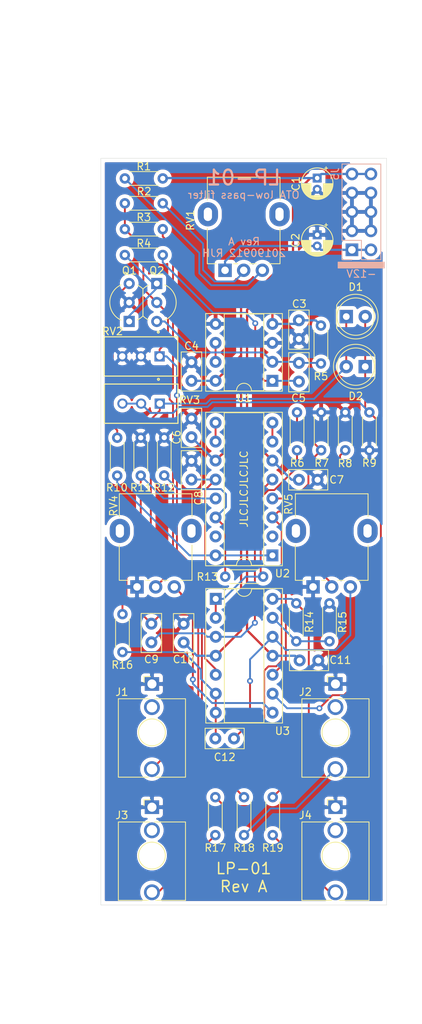
<source format=kicad_pcb>
(kicad_pcb (version 20171130) (host pcbnew "(5.1.4)-1")
  (title_block (title "LP-01 OTA Low-Pass Filter") (date 2019-09-12) (rev A) (company RJH))
  (layers (0 F.Cu signal hide) (31 B.Cu signal hide) (34 B.Paste user) (35 F.Paste user) (36 B.SilkS user) (37 F.SilkS user) (38 B.Mask user) (39 F.Mask user) (44 Edge.Cuts user))
  (net 0 "")
  (net 1 GND)
  (net 2 +12V)
  (net 3 -12V)
  (net 4 "Net-(Q1-Pad1)")
  (net 5 "Net-(R2-Pad2)")
  (net 6 "Net-(R3-Pad2)")
  (net 7 "Net-(U1-Pad6)")
  (net 8 "Net-(U2-Pad10)")
  (net 9 "Net-(U2-Pad2)")
  (net 10 "Net-(U2-Pad7)")
  (net 11 "Net-(U2-Pad15)")
  (net 12 /P1_CAP)
  (net 13 /P2_CAP)
  (net 14 /P2_OUT)
  (net 15 /CV1_IN)
  (net 16 /CV2_IN)
  (net 17 /AUDIO_IN)
  (net 18 /AUDIO_OUT)
  (net 19 /CV_NET)
  (net 20 /P1_IN)
  (net 21 /P1_OUT)
  (net 22 /I_ABC)
  (net 23 /P2_IN)
  (net 24 "Net-(Q1-Pad3)")
  (net 25 "Net-(C5-Pad1)")
  (net 26 "Net-(C5-Pad2)")
  (net 27 "Net-(C12-Pad1)")
  (net 28 "Net-(C9-Pad2)")
  (net 29 "Net-(D1-Pad2)")
  (net 30 "Net-(RV5-Pad2)")
  (net 31 "Net-(R14-Pad1)")
  (net 32 "Net-(R14-Pad2)")
  (net 33 "Net-(R6-Pad2)")
  (net 34 "Net-(R1-Pad1)")
  (net 35 "Net-(R11-Pad2)")
  (module MountingHole:MountingHole_3mm (layer F.Cu) (at 152.45 142.625)
    (fp_text reference REF** hide)
    (fp_text value MountingHole_3mm hide)
    (pad "" np_thru_hole circle (at 0 0) (size 3 3) (drill 3) (layers *.Cu *.Mask))
  )
  (module MountingHole:MountingHole_3mm (layer F.Cu) (at 127.85 142.625)
    (fp_text reference REF** hide)
    (fp_text value MountingHole_3mm hide)
    (pad "" np_thru_hole circle (at 0 0) (size 3 3) (drill 3) (layers *.Cu *.Mask))
  )
  (module MountingHole:MountingHole_3mm (layer F.Cu) (at 152.45 126.125)
    (fp_text reference REF** hide)
    (fp_text value MountingHole_3mm hide)
    (pad "" np_thru_hole circle (at 0 0) (size 3 3) (drill 3) (layers *.Cu *.Mask))
  )
  (module MountingHole:MountingHole_3mm (layer F.Cu) (at 127.85 126.125)
    (fp_text reference REF** hide)
    (fp_text value MountingHole_3mm hide)
    (pad "" np_thru_hole circle (at 0 0) (size 3 3) (drill 3) (layers *.Cu *.Mask))
  )
  (module Capacitor_THT:C_Disc_D5.0mm_W2.5mm_P2.50mm (layer F.Cu) (at 147.55 79.15 90)
    (fp_text reference C5 (at -2.2 -0.05 180) (layer F.SilkS))
    (fp_text value 4n7)
    (pad 1 thru_hole circle (at 0 0 90) (size 1.6 1.6) (drill 0.8) (layers *.Cu *.Mask) (net 25 "Net-(C5-Pad1)"))
    (pad 2 thru_hole circle (at 2.5 0 90) (size 1.6 1.6) (drill 0.8) (layers *.Cu *.Mask) (net 26 "Net-(C5-Pad2)"))
  )
  (module Capacitor_THT:C_Disc_D5.0mm_W2.5mm_P2.50mm (layer F.Cu) (at 127.775 114.075 90)
    (fp_text reference C9 (at -2.275 0 180) (layer F.SilkS))
    (fp_text value 1n)
    (pad 2 thru_hole circle (at 2.5 0 90) (size 1.6 1.6) (drill 0.8) (layers *.Cu *.Mask) (net 28 "Net-(C9-Pad2)"))
    (pad 1 thru_hole circle (at 0 0 90) (size 1.6 1.6) (drill 0.8) (layers *.Cu *.Mask) (net 12 /P1_CAP))
  )
  (module Capacitor_THT:C_Disc_D5.0mm_W2.5mm_P2.50mm (layer F.Cu) (at 133.15 92.275 90)
    (fp_text reference C8 (at -2.475 0.95 270) (layer F.SilkS))
    (fp_text value 1n)
    (pad 1 thru_hole circle (at 0 0 90) (size 1.6 1.6) (drill 0.8) (layers *.Cu *.Mask) (net 13 /P2_CAP))
    (pad 2 thru_hole circle (at 2.5 0 90) (size 1.6 1.6) (drill 0.8) (layers *.Cu *.Mask) (net 1 GND))
  )
  (module Capacitor_THT:C_Disc_D5.0mm_W2.5mm_P2.50mm (layer F.Cu) (at 138.85 126.95 180)
    (fp_text reference C12 (at 1.25 -2.5) (layer F.SilkS))
    (fp_text value 470n)
    (pad 2 thru_hole circle (at 2.5 0 180) (size 1.6 1.6) (drill 0.8) (layers *.Cu *.Mask) (net 14 /P2_OUT))
    (pad 1 thru_hole circle (at 0 0 180) (size 1.6 1.6) (drill 0.8) (layers *.Cu *.Mask) (net 27 "Net-(C12-Pad1)"))
  )
  (module Capacitor_THT:CP_Radial_D4.0mm_P1.50mm (layer F.Cu) (at 150 51.9 270)
    (fp_text reference C1 (at 0.75 2.85 90) (layer F.SilkS))
    (fp_text value 10u)
    (pad 2 thru_hole circle (at 1.5 0 270) (size 1.2 1.2) (drill 0.6) (layers *.Cu *.Mask) (net 1 GND))
    (pad 1 thru_hole rect (at 0 0 270) (size 1.2 1.2) (drill 0.6) (layers *.Cu *.Mask) (net 2 +12V))
  )
  (module Capacitor_THT:CP_Radial_D4.0mm_P1.50mm (layer F.Cu) (at 150 59.5 270)
    (fp_text reference C2 (at 0.75 2.9 90) (layer F.SilkS))
    (fp_text value 10u)
    (pad 1 thru_hole rect (at 0 0 270) (size 1.2 1.2) (drill 0.6) (layers *.Cu *.Mask) (net 1 GND))
    (pad 2 thru_hole circle (at 1.5 0 270) (size 1.2 1.2) (drill 0.6) (layers *.Cu *.Mask) (net 3 -12V))
  )
  (module Capacitor_THT:C_Disc_D5.0mm_W2.5mm_P2.50mm (layer F.Cu) (at 133.15 79.05 90)
    (fp_text reference C4 (at 4.67 0.01 180) (layer F.SilkS))
    (fp_text value 100n)
    (pad 1 thru_hole circle (at 0 0 90) (size 1.6 1.6) (drill 0.8) (layers *.Cu *.Mask) (net 2 +12V))
    (pad 2 thru_hole circle (at 2.5 0 90) (size 1.6 1.6) (drill 0.8) (layers *.Cu *.Mask) (net 1 GND))
  )
  (module Capacitor_THT:C_Disc_D5.0mm_W2.5mm_P2.50mm (layer F.Cu) (at 147.55 73.45 90)
    (fp_text reference C3 (at 4.7 0.05 180) (layer F.SilkS))
    (fp_text value 100n)
    (pad 2 thru_hole circle (at 2.5 0 90) (size 1.6 1.6) (drill 0.8) (layers *.Cu *.Mask) (net 3 -12V))
    (pad 1 thru_hole circle (at 0 0 90) (size 1.6 1.6) (drill 0.8) (layers *.Cu *.Mask) (net 1 GND))
  )
  (module Capacitor_THT:C_Disc_D5.0mm_W2.5mm_P2.50mm (layer F.Cu) (at 133.15 86.6 90)
    (fp_text reference C6 (at 0 -2 270) (layer F.SilkS))
    (fp_text value 100n)
    (pad 1 thru_hole circle (at 0 0 90) (size 1.6 1.6) (drill 0.8) (layers *.Cu *.Mask) (net 2 +12V))
    (pad 2 thru_hole circle (at 2.5 0 90) (size 1.6 1.6) (drill 0.8) (layers *.Cu *.Mask) (net 1 GND))
  )
  (module Capacitor_THT:C_Disc_D5.0mm_W2.5mm_P2.50mm (layer F.Cu) (at 150.05 92.3 180)
    (fp_text reference C7 (at -2.56 0 180) (layer F.SilkS))
    (fp_text value 100n)
    (pad 2 thru_hole circle (at 2.5 0 180) (size 1.6 1.6) (drill 0.8) (layers *.Cu *.Mask) (net 3 -12V))
    (pad 1 thru_hole circle (at 0 0 180) (size 1.6 1.6) (drill 0.8) (layers *.Cu *.Mask) (net 1 GND))
  )
  (module Capacitor_THT:C_Disc_D5.0mm_W2.5mm_P2.50mm (layer F.Cu) (at 132.1 114.09 90)
    (fp_text reference C10 (at -2.26 0 180) (layer F.SilkS))
    (fp_text value 100n)
    (pad 1 thru_hole circle (at 0 0 90) (size 1.6 1.6) (drill 0.8) (layers *.Cu *.Mask) (net 2 +12V))
    (pad 2 thru_hole circle (at 2.5 0 90) (size 1.6 1.6) (drill 0.8) (layers *.Cu *.Mask) (net 1 GND))
  )
  (module Capacitor_THT:C_Disc_D5.0mm_W2.5mm_P2.50mm (layer F.Cu) (at 150.15 116.5 180)
    (fp_text reference C11 (at -2.95 0.05) (layer F.SilkS))
    (fp_text value 100n)
    (pad 2 thru_hole circle (at 2.5 0 180) (size 1.6 1.6) (drill 0.8) (layers *.Cu *.Mask) (net 3 -12V))
    (pad 1 thru_hole circle (at 0 0 180) (size 1.6 1.6) (drill 0.8) (layers *.Cu *.Mask) (net 1 GND))
  )
  (module Connector_Audio:Jack_3.5mm_QingPu_WQP-PJ398SM_Vertical_CircularHoles (layer F.Cu) (at 127.85 119.65)
    (fp_text reference J1 (at -4.03 1.08 180) (layer F.SilkS))
    (fp_text value AudioJack2)
    (pad TN thru_hole circle (at 0 3.1 180) (size 2.13 2.13) (drill 1.42) (layers *.Cu *.Mask))
    (pad S thru_hole rect (at 0 0 180) (size 1.93 1.83) (drill 1.22) (layers *.Cu *.Mask) (net 1 GND))
    (pad T thru_hole circle (at 0 11.4 180) (size 2.13 2.13) (drill 1.43) (layers *.Cu *.Mask) (net 15 /CV1_IN))
  )
  (module Connector_Audio:Jack_3.5mm_QingPu_WQP-PJ398SM_Vertical_CircularHoles (layer F.Cu) (at 152.45 119.65)
    (fp_text reference J2 (at -4.03 1.08 180) (layer F.SilkS))
    (fp_text value AudioJack2)
    (pad T thru_hole circle (at 0 11.4 180) (size 2.13 2.13) (drill 1.43) (layers *.Cu *.Mask) (net 16 /CV2_IN))
    (pad S thru_hole rect (at 0 0 180) (size 1.93 1.83) (drill 1.22) (layers *.Cu *.Mask) (net 1 GND))
    (pad TN thru_hole circle (at 0 3.1 180) (size 2.13 2.13) (drill 1.42) (layers *.Cu *.Mask))
  )
  (module Connector_Audio:Jack_3.5mm_QingPu_WQP-PJ398SM_Vertical_CircularHoles (layer F.Cu) (at 127.85 136.15)
    (fp_text reference J3 (at -4.03 1.08 180) (layer F.SilkS))
    (fp_text value AudioJack2)
    (pad TN thru_hole circle (at 0 3.1 180) (size 2.13 2.13) (drill 1.42) (layers *.Cu *.Mask))
    (pad S thru_hole rect (at 0 0 180) (size 1.93 1.83) (drill 1.22) (layers *.Cu *.Mask) (net 1 GND))
    (pad T thru_hole circle (at 0 11.4 180) (size 2.13 2.13) (drill 1.43) (layers *.Cu *.Mask) (net 17 /AUDIO_IN))
  )
  (module Connector_PinHeader_2.54mm:PinHeader_2x05_P2.54mm_Vertical (layer B.Cu) (at 154.66 61.51)
    (fp_text reference J5 (at -2.26 -10.16 90) (layer B.SilkS) (effects (justify mirror)))
    (fp_text value Conn_02x05_Odd_Even)
    (pad 1 thru_hole rect (at 0 0) (size 1.7 1.7) (drill 1) (layers *.Cu *.Mask) (net 3 -12V))
    (pad 2 thru_hole oval (at 2.54 0) (size 1.7 1.7) (drill 1) (layers *.Cu *.Mask) (net 3 -12V))
    (pad 3 thru_hole oval (at 0 -2.54) (size 1.7 1.7) (drill 1) (layers *.Cu *.Mask) (net 1 GND))
    (pad 4 thru_hole oval (at 2.54 -2.54) (size 1.7 1.7) (drill 1) (layers *.Cu *.Mask) (net 1 GND))
    (pad 5 thru_hole oval (at 0 -5.08) (size 1.7 1.7) (drill 1) (layers *.Cu *.Mask) (net 1 GND))
    (pad 6 thru_hole oval (at 2.54 -5.08) (size 1.7 1.7) (drill 1) (layers *.Cu *.Mask) (net 1 GND))
    (pad 7 thru_hole oval (at 0 -7.62) (size 1.7 1.7) (drill 1) (layers *.Cu *.Mask) (net 1 GND))
    (pad 8 thru_hole oval (at 2.54 -7.62) (size 1.7 1.7) (drill 1) (layers *.Cu *.Mask) (net 1 GND))
    (pad 9 thru_hole oval (at 0 -10.16) (size 1.7 1.7) (drill 1) (layers *.Cu *.Mask) (net 2 +12V))
    (pad 10 thru_hole oval (at 2.54 -10.16) (size 1.7 1.7) (drill 1) (layers *.Cu *.Mask) (net 2 +12V))
  )
  (module Connector_Audio:Jack_3.5mm_QingPu_WQP-PJ398SM_Vertical_CircularHoles (layer F.Cu) (at 152.45 136.15)
    (fp_text reference J4 (at -4.03 1.08 180) (layer F.SilkS))
    (fp_text value AudioJack2)
    (pad T thru_hole circle (at 0 11.4 180) (size 2.13 2.13) (drill 1.43) (layers *.Cu *.Mask) (net 18 /AUDIO_OUT))
    (pad S thru_hole rect (at 0 0 180) (size 1.93 1.83) (drill 1.22) (layers *.Cu *.Mask) (net 1 GND))
    (pad TN thru_hole circle (at 0 3.1 180) (size 2.13 2.13) (drill 1.42) (layers *.Cu *.Mask))
  )
  (module Package_TO_SOT_THT:TO-92_Inline_Wide (layer F.Cu) (at 128.5 66.02 270)
    (fp_text reference Q2 (at -1.72 0 180) (layer F.SilkS))
    (fp_text value 2N3906)
    (pad 2 thru_hole circle (at 2.54 0) (size 1.5 1.5) (drill 0.8) (layers *.Cu *.Mask) (net 19 /CV_NET))
    (pad 3 thru_hole circle (at 5.08 0) (size 1.5 1.5) (drill 0.8) (layers *.Cu *.Mask) (net 26 "Net-(C5-Pad2)"))
    (pad 1 thru_hole rect (at 0 0) (size 1.5 1.5) (drill 0.8) (layers *.Cu *.Mask) (net 4 "Net-(Q1-Pad1)"))
  )
  (module Package_TO_SOT_THT:TO-92_Inline_Wide (layer F.Cu) (at 124.8 71.1 90)
    (fp_text reference Q1 (at 6.8 0.025 180) (layer F.SilkS))
    (fp_text value 2N3906)
    (pad 1 thru_hole rect (at 0 0 180) (size 1.5 1.5) (drill 0.8) (layers *.Cu *.Mask) (net 4 "Net-(Q1-Pad1)"))
    (pad 3 thru_hole circle (at 5.08 0 180) (size 1.5 1.5) (drill 0.8) (layers *.Cu *.Mask) (net 24 "Net-(Q1-Pad3)"))
    (pad 2 thru_hole circle (at 2.54 0 180) (size 1.5 1.5) (drill 0.8) (layers *.Cu *.Mask) (net 1 GND))
  )
  (module Resistor_THT:R_Axial_DIN0204_L3.6mm_D1.6mm_P5.08mm_Horizontal (layer F.Cu) (at 124.22 55.28)
    (fp_text reference R2 (at 2.58 -1.58) (layer F.SilkS))
    (fp_text value 220K)
    (pad 2 thru_hole oval (at 5.08 0) (size 1.4 1.4) (drill 0.7) (layers *.Cu *.Mask) (net 5 "Net-(R2-Pad2)"))
    (pad 1 thru_hole circle (at 0 0) (size 1.4 1.4) (drill 0.7) (layers *.Cu *.Mask) (net 19 /CV_NET))
  )
  (module Resistor_THT:R_Axial_DIN0204_L3.6mm_D1.6mm_P5.08mm_Horizontal (layer F.Cu) (at 124.22 58.74)
    (fp_text reference R3 (at 2.54 -1.59) (layer F.SilkS))
    (fp_text value 100K)
    (pad 1 thru_hole circle (at 0 0) (size 1.4 1.4) (drill 0.7) (layers *.Cu *.Mask) (net 19 /CV_NET))
    (pad 2 thru_hole oval (at 5.08 0) (size 1.4 1.4) (drill 0.7) (layers *.Cu *.Mask) (net 6 "Net-(R3-Pad2)"))
  )
  (module Resistor_THT:R_Axial_DIN0204_L3.6mm_D1.6mm_P5.08mm_Horizontal (layer F.Cu) (at 140.195 134.81 270)
    (fp_text reference R18 (at 6.79 -0.005 180) (layer F.SilkS))
    (fp_text value 100K)
    (pad 2 thru_hole oval (at 5.08 0 270) (size 1.4 1.4) (drill 0.7) (layers *.Cu *.Mask) (net 16 /CV2_IN))
    (pad 1 thru_hole circle (at 0 0 270) (size 1.4 1.4) (drill 0.7) (layers *.Cu *.Mask) (net 19 /CV_NET))
  )
  (module Resistor_THT:R_Axial_DIN0204_L3.6mm_D1.6mm_P5.08mm_Horizontal (layer F.Cu) (at 136.35 134.81 270)
    (fp_text reference R17 (at 6.79 0 180) (layer F.SilkS))
    (fp_text value 68K)
    (pad 1 thru_hole circle (at 0 0 270) (size 1.4 1.4) (drill 0.7) (layers *.Cu *.Mask) (net 20 /P1_IN))
    (pad 2 thru_hole oval (at 5.08 0 270) (size 1.4 1.4) (drill 0.7) (layers *.Cu *.Mask) (net 17 /AUDIO_IN))
  )
  (module Resistor_THT:R_Axial_DIN0204_L3.6mm_D1.6mm_P5.08mm_Horizontal (layer F.Cu) (at 153.766666 83.27 270)
    (fp_text reference R8 (at 6.83 0.025 180) (layer F.SilkS))
    (fp_text value 220R)
    (pad 1 thru_hole circle (at 0 0 270) (size 1.4 1.4) (drill 0.7) (layers *.Cu *.Mask) (net 1 GND))
    (pad 2 thru_hole oval (at 5.08 0 270) (size 1.4 1.4) (drill 0.7) (layers *.Cu *.Mask) (net 20 /P1_IN))
  )
  (module Resistor_THT:R_Axial_DIN0204_L3.6mm_D1.6mm_P5.08mm_Horizontal (layer F.Cu) (at 150.5 71.65 270)
    (fp_text reference R5 (at 6.8 0 180) (layer F.SilkS))
    (fp_text value 470K)
    (pad 1 thru_hole circle (at 0 0 270) (size 1.4 1.4) (drill 0.7) (layers *.Cu *.Mask) (net 3 -12V))
    (pad 2 thru_hole oval (at 5.08 0 270) (size 1.4 1.4) (drill 0.7) (layers *.Cu *.Mask) (net 26 "Net-(C5-Pad2)"))
  )
  (module Resistor_THT:R_Axial_DIN0204_L3.6mm_D1.6mm_P5.08mm_Horizontal (layer F.Cu) (at 147.3 88.35 90)
    (fp_text reference R6 (at -1.7 0.016667 180) (layer F.SilkS))
    (fp_text value 10K)
    (pad 1 thru_hole circle (at 0 0 90) (size 1.4 1.4) (drill 0.7) (layers *.Cu *.Mask) (net 21 /P1_OUT))
    (pad 2 thru_hole oval (at 5.08 0 90) (size 1.4 1.4) (drill 0.7) (layers *.Cu *.Mask) (net 33 "Net-(R6-Pad2)"))
  )
  (module Resistor_THT:R_Axial_DIN0204_L3.6mm_D1.6mm_P5.08mm_Horizontal (layer F.Cu) (at 124.22 62.2)
    (fp_text reference R4 (at 2.54 -1.55) (layer F.SilkS))
    (fp_text value 4K7)
    (pad 2 thru_hole oval (at 5.08 0) (size 1.4 1.4) (drill 0.7) (layers *.Cu *.Mask) (net 25 "Net-(C5-Pad1)"))
    (pad 1 thru_hole circle (at 0 0) (size 1.4 1.4) (drill 0.7) (layers *.Cu *.Mask) (net 4 "Net-(Q1-Pad1)"))
  )
  (module Resistor_THT:R_Axial_DIN0204_L3.6mm_D1.6mm_P5.08mm_Horizontal (layer F.Cu) (at 123.2 91.75 90)
    (fp_text reference R10 (at -1.6 -0.05 180) (layer F.SilkS))
    (fp_text value 10K)
    (pad 1 thru_hole circle (at 0 0 90) (size 1.4 1.4) (drill 0.7) (layers *.Cu *.Mask) (net 22 /I_ABC))
    (pad 2 thru_hole oval (at 5.08 0 90) (size 1.4 1.4) (drill 0.7) (layers *.Cu *.Mask) (net 24 "Net-(Q1-Pad3)"))
  )
  (module Resistor_THT:R_Axial_DIN0204_L3.6mm_D1.6mm_P5.08mm_Horizontal (layer F.Cu) (at 137.675 105.275)
    (fp_text reference R13 (at -2.375 0.025) (layer F.SilkS))
    (fp_text value 10K)
    (pad 2 thru_hole oval (at 5.08 0) (size 1.4 1.4) (drill 0.7) (layers *.Cu *.Mask) (net 21 /P1_OUT))
    (pad 1 thru_hole circle (at 0 0) (size 1.4 1.4) (drill 0.7) (layers *.Cu *.Mask) (net 23 /P2_IN))
  )
  (module Resistor_THT:R_Axial_DIN0204_L3.6mm_D1.6mm_P5.08mm_Horizontal (layer F.Cu) (at 157 83.27 270)
    (fp_text reference R9 (at 6.78 0 180) (layer F.SilkS))
    (fp_text value 1K8)
    (pad 1 thru_hole circle (at 0 0 270) (size 1.4 1.4) (drill 0.7) (layers *.Cu *.Mask) (net 29 "Net-(D1-Pad2)"))
    (pad 2 thru_hole oval (at 5.08 0 270) (size 1.4 1.4) (drill 0.7) (layers *.Cu *.Mask) (net 1 GND))
  )
  (module Resistor_THT:R_Axial_DIN0204_L3.6mm_D1.6mm_P5.08mm_Horizontal (layer F.Cu) (at 126.35 86.67 270)
    (fp_text reference R11 (at 6.68 -0.025 180) (layer F.SilkS))
    (fp_text value 220R)
    (pad 1 thru_hole circle (at 0 0 270) (size 1.4 1.4) (drill 0.7) (layers *.Cu *.Mask) (net 1 GND))
    (pad 2 thru_hole oval (at 5.08 0 270) (size 1.4 1.4) (drill 0.7) (layers *.Cu *.Mask) (net 35 "Net-(R11-Pad2)"))
  )
  (module Resistor_THT:R_Axial_DIN0204_L3.6mm_D1.6mm_P5.08mm_Horizontal (layer F.Cu) (at 123.9 110.3 270)
    (fp_text reference R16 (at 6.8 0.025 180) (layer F.SilkS))
    (fp_text value 10K)
    (pad 2 thru_hole oval (at 5.08 0 270) (size 1.4 1.4) (drill 0.7) (layers *.Cu *.Mask) (net 14 /P2_OUT))
    (pad 1 thru_hole circle (at 0 0 270) (size 1.4 1.4) (drill 0.7) (layers *.Cu *.Mask) (net 35 "Net-(R11-Pad2)"))
  )
  (module Resistor_THT:R_Axial_DIN0204_L3.6mm_D1.6mm_P5.08mm_Horizontal (layer F.Cu) (at 151.65 108.85 270)
    (fp_text reference R15 (at 2.525 -1.75 90) (layer F.SilkS))
    (fp_text value 10K)
    (pad 2 thru_hole oval (at 5.08 0 270) (size 1.4 1.4) (drill 0.7) (layers *.Cu *.Mask) (net 32 "Net-(R14-Pad2)"))
    (pad 1 thru_hole circle (at 0 0 270) (size 1.4 1.4) (drill 0.7) (layers *.Cu *.Mask) (net 1 GND))
  )
  (module Resistor_THT:R_Axial_DIN0204_L3.6mm_D1.6mm_P5.08mm_Horizontal (layer F.Cu) (at 147.2 108.85 270)
    (fp_text reference R14 (at 2.5 -1.75 270) (layer F.SilkS))
    (fp_text value 10K)
    (pad 1 thru_hole circle (at 0 0 270) (size 1.4 1.4) (drill 0.7) (layers *.Cu *.Mask) (net 31 "Net-(R14-Pad1)"))
    (pad 2 thru_hole oval (at 5.08 0 270) (size 1.4 1.4) (drill 0.7) (layers *.Cu *.Mask) (net 32 "Net-(R14-Pad2)"))
  )
  (module Resistor_THT:R_Axial_DIN0204_L3.6mm_D1.6mm_P5.08mm_Horizontal (layer F.Cu) (at 144.04 139.89 90)
    (fp_text reference R19 (at -1.71 0.01 180) (layer F.SilkS))
    (fp_text value 1K0)
    (pad 1 thru_hole circle (at 0 0 90) (size 1.4 1.4) (drill 0.7) (layers *.Cu *.Mask) (net 18 /AUDIO_OUT))
    (pad 2 thru_hole oval (at 5.08 0 90) (size 1.4 1.4) (drill 0.7) (layers *.Cu *.Mask) (net 31 "Net-(R14-Pad1)"))
  )
  (module Potentiometer_THT:Potentiometer_Alpha_RD901F-40-00D_Single_Vertical (layer F.Cu) (at 137.65 64.25 90)
    (fp_text reference RV1 (at 6.71 -4.64 270) (layer F.SilkS))
    (fp_text value B10K)
    (pad 1 thru_hole rect (at 0 0 180) (size 1.8 1.8) (drill 1) (layers *.Cu *.Mask) (net 3 -12V))
    (pad 2 thru_hole circle (at 0 2.5 180) (size 1.8 1.8) (drill 1) (layers *.Cu *.Mask) (net 5 "Net-(R2-Pad2)"))
    (pad 3 thru_hole circle (at 0 5 180) (size 1.8 1.8) (drill 1) (layers *.Cu *.Mask) (net 34 "Net-(R1-Pad1)"))
    (pad "" thru_hole oval (at 7.5 7.3 180) (size 2.72 3.24) (drill oval 1.1 1.8) (layers *.Cu *.Mask))
    (pad "" thru_hole oval (at 7.5 -2.3 180) (size 2.72 3.24) (drill oval 1.1 1.8) (layers *.Cu *.Mask))
  )
  (module Potentiometer_THT:Potentiometer_Alpha_RD901F-40-00D_Single_Vertical (layer F.Cu) (at 125.85 106.65 90)
    (fp_text reference RV4 (at 10.85 -3.135 270) (layer F.SilkS))
    (fp_text value B10K)
    (pad "" thru_hole oval (at 7.5 -2.3 180) (size 2.72 3.24) (drill oval 1.1 1.8) (layers *.Cu *.Mask))
    (pad "" thru_hole oval (at 7.5 7.3 180) (size 2.72 3.24) (drill oval 1.1 1.8) (layers *.Cu *.Mask))
    (pad 3 thru_hole circle (at 0 5 180) (size 1.8 1.8) (drill 1) (layers *.Cu *.Mask) (net 15 /CV1_IN))
    (pad 2 thru_hole circle (at 0 2.5 180) (size 1.8 1.8) (drill 1) (layers *.Cu *.Mask) (net 6 "Net-(R3-Pad2)"))
    (pad 1 thru_hole rect (at 0 0 180) (size 1.8 1.8) (drill 1) (layers *.Cu *.Mask) (net 1 GND))
  )
  (module Potentiometer_Custom:Potentiometer_Bourns_PV36W (layer F.Cu) (at 128.875 75.775 180)
    (fp_text reference RV2 (at 6.295 3.35) (layer F.SilkS))
    (fp_text value 10K)
    (pad 1 thru_hole rect (at 0 0 180) (size 1.3716 1.3716) (drill 0.8636) (layers *.Cu *.Mask) (net 19 /CV_NET))
    (pad 2 thru_hole circle (at 2.5 0 180) (size 1.3716 1.3716) (drill 0.8636) (layers *.Cu *.Mask) (net 1 GND))
    (pad 3 thru_hole circle (at 5 0 180) (size 1.3716 1.3716) (drill 0.8636) (layers *.Cu *.Mask) (net 1 GND))
  )
  (module Potentiometer_THT:Potentiometer_Alpha_RD901F-40-00D_Single_Vertical (layer F.Cu) (at 149.45 106.65 90)
    (fp_text reference RV5 (at 11.075 -3.275 270) (layer F.SilkS))
    (fp_text value A100K)
    (pad 1 thru_hole rect (at 0 0 180) (size 1.8 1.8) (drill 1) (layers *.Cu *.Mask) (net 1 GND))
    (pad 2 thru_hole circle (at 0 2.5 180) (size 1.8 1.8) (drill 1) (layers *.Cu *.Mask) (net 30 "Net-(RV5-Pad2)"))
    (pad 3 thru_hole circle (at 0 5 180) (size 1.8 1.8) (drill 1) (layers *.Cu *.Mask) (net 27 "Net-(C12-Pad1)"))
    (pad "" thru_hole oval (at 7.5 7.3 180) (size 2.72 3.24) (drill oval 1.1 1.8) (layers *.Cu *.Mask))
    (pad "" thru_hole oval (at 7.5 -2.3 180) (size 2.72 3.24) (drill oval 1.1 1.8) (layers *.Cu *.Mask))
  )
  (module Package_DIP:DIP-8_W7.62mm_Socket (layer F.Cu) (at 144 79.05 180)
    (fp_text reference U1 (at 3.81 -2.33) (layer F.SilkS))
    (fp_text value TL072)
    (pad 1 thru_hole rect (at 0 0 180) (size 1.6 1.6) (drill 0.8) (layers *.Cu *.Mask) (net 25 "Net-(C5-Pad1)"))
    (pad 5 thru_hole oval (at 7.62 7.62 180) (size 1.6 1.6) (drill 0.8) (layers *.Cu *.Mask) (net 1 GND))
    (pad 2 thru_hole oval (at 0 2.54 180) (size 1.6 1.6) (drill 0.8) (layers *.Cu *.Mask) (net 26 "Net-(C5-Pad2)"))
    (pad 6 thru_hole oval (at 7.62 5.08 180) (size 1.6 1.6) (drill 0.8) (layers *.Cu *.Mask) (net 7 "Net-(U1-Pad6)"))
    (pad 3 thru_hole oval (at 0 5.08 180) (size 1.6 1.6) (drill 0.8) (layers *.Cu *.Mask) (net 1 GND))
    (pad 7 thru_hole oval (at 7.62 2.54 180) (size 1.6 1.6) (drill 0.8) (layers *.Cu *.Mask) (net 7 "Net-(U1-Pad6)"))
    (pad 4 thru_hole oval (at 0 7.62 180) (size 1.6 1.6) (drill 0.8) (layers *.Cu *.Mask) (net 3 -12V))
    (pad 8 thru_hole oval (at 7.62 0 180) (size 1.6 1.6) (drill 0.8) (layers *.Cu *.Mask) (net 2 +12V))
  )
  (module Package_DIP:DIP-16_W7.62mm_Socket (layer F.Cu) (at 144 102.43 180)
    (fp_text reference U2 (at -1.35 -2.42) (layer F.SilkS))
    (fp_text value LM13700)
    (pad 1 thru_hole rect (at 0 0 180) (size 1.6 1.6) (drill 0.8) (layers *.Cu *.Mask) (net 22 /I_ABC))
    (pad 9 thru_hole oval (at 7.62 17.78 180) (size 1.6 1.6) (drill 0.8) (layers *.Cu *.Mask) (net 8 "Net-(U2-Pad10)"))
    (pad 2 thru_hole oval (at 0 2.54 180) (size 1.6 1.6) (drill 0.8) (layers *.Cu *.Mask) (net 9 "Net-(U2-Pad2)"))
    (pad 10 thru_hole oval (at 7.62 15.24 180) (size 1.6 1.6) (drill 0.8) (layers *.Cu *.Mask) (net 8 "Net-(U2-Pad10)"))
    (pad 3 thru_hole oval (at 0 5.08 180) (size 1.6 1.6) (drill 0.8) (layers *.Cu *.Mask) (net 20 /P1_IN))
    (pad 11 thru_hole oval (at 7.62 12.7 180) (size 1.6 1.6) (drill 0.8) (layers *.Cu *.Mask) (net 2 +12V))
    (pad 4 thru_hole oval (at 0 7.62 180) (size 1.6 1.6) (drill 0.8) (layers *.Cu *.Mask) (net 33 "Net-(R6-Pad2)"))
    (pad 12 thru_hole oval (at 7.62 10.16 180) (size 1.6 1.6) (drill 0.8) (layers *.Cu *.Mask) (net 13 /P2_CAP))
    (pad 5 thru_hole oval (at 0 10.16 180) (size 1.6 1.6) (drill 0.8) (layers *.Cu *.Mask) (net 12 /P1_CAP))
    (pad 13 thru_hole oval (at 7.62 7.62 180) (size 1.6 1.6) (drill 0.8) (layers *.Cu *.Mask) (net 35 "Net-(R11-Pad2)"))
    (pad 6 thru_hole oval (at 0 12.7 180) (size 1.6 1.6) (drill 0.8) (layers *.Cu *.Mask) (net 3 -12V))
    (pad 14 thru_hole oval (at 7.62 5.08 180) (size 1.6 1.6) (drill 0.8) (layers *.Cu *.Mask) (net 23 /P2_IN))
    (pad 7 thru_hole oval (at 0 15.24 180) (size 1.6 1.6) (drill 0.8) (layers *.Cu *.Mask) (net 10 "Net-(U2-Pad7)"))
    (pad 15 thru_hole oval (at 7.62 2.54 180) (size 1.6 1.6) (drill 0.8) (layers *.Cu *.Mask) (net 11 "Net-(U2-Pad15)"))
    (pad 8 thru_hole oval (at 0 17.78 180) (size 1.6 1.6) (drill 0.8) (layers *.Cu *.Mask) (net 10 "Net-(U2-Pad7)"))
    (pad 16 thru_hole oval (at 7.62 0 180) (size 1.6 1.6) (drill 0.8) (layers *.Cu *.Mask) (net 22 /I_ABC))
  )
  (module Package_DIP:DIP-14_W7.62mm_Socket (layer F.Cu) (at 136.4 108.25)
    (fp_text reference U3 (at 8.95 17.7 180) (layer F.SilkS))
    (fp_text value TL074)
    (pad 1 thru_hole rect (at 0 0) (size 1.6 1.6) (drill 0.8) (layers *.Cu *.Mask) (net 21 /P1_OUT))
    (pad 8 thru_hole oval (at 7.62 15.24) (size 1.6 1.6) (drill 0.8) (layers *.Cu *.Mask) (net 28 "Net-(C9-Pad2)"))
    (pad 2 thru_hole oval (at 0 2.54) (size 1.6 1.6) (drill 0.8) (layers *.Cu *.Mask) (net 21 /P1_OUT))
    (pad 9 thru_hole oval (at 7.62 12.7) (size 1.6 1.6) (drill 0.8) (layers *.Cu *.Mask) (net 29 "Net-(D1-Pad2)"))
    (pad 3 thru_hole oval (at 0 5.08) (size 1.6 1.6) (drill 0.8) (layers *.Cu *.Mask) (net 12 /P1_CAP))
    (pad 10 thru_hole oval (at 7.62 10.16) (size 1.6 1.6) (drill 0.8) (layers *.Cu *.Mask) (net 30 "Net-(RV5-Pad2)"))
    (pad 4 thru_hole oval (at 0 7.62) (size 1.6 1.6) (drill 0.8) (layers *.Cu *.Mask) (net 2 +12V))
    (pad 11 thru_hole oval (at 7.62 7.62) (size 1.6 1.6) (drill 0.8) (layers *.Cu *.Mask) (net 3 -12V))
    (pad 5 thru_hole oval (at 0 10.16) (size 1.6 1.6) (drill 0.8) (layers *.Cu *.Mask) (net 13 /P2_CAP))
    (pad 12 thru_hole oval (at 7.62 5.08) (size 1.6 1.6) (drill 0.8) (layers *.Cu *.Mask) (net 27 "Net-(C12-Pad1)"))
    (pad 6 thru_hole oval (at 0 12.7) (size 1.6 1.6) (drill 0.8) (layers *.Cu *.Mask) (net 14 /P2_OUT))
    (pad 13 thru_hole oval (at 7.62 2.54) (size 1.6 1.6) (drill 0.8) (layers *.Cu *.Mask) (net 32 "Net-(R14-Pad2)"))
    (pad 7 thru_hole oval (at 0 15.24) (size 1.6 1.6) (drill 0.8) (layers *.Cu *.Mask) (net 14 /P2_OUT))
    (pad 14 thru_hole oval (at 7.62 0) (size 1.6 1.6) (drill 0.8) (layers *.Cu *.Mask) (net 31 "Net-(R14-Pad1)"))
  )
  (module LED_THT:LED_D5.0mm (layer F.Cu) (at 153.9 70.45)
    (fp_text reference D1 (at 1.27 -3.96) (layer F.SilkS))
    (fp_text value "LED Green")
    (pad 2 thru_hole circle (at 2.54 0) (size 1.8 1.8) (drill 0.9) (layers *.Cu *.Mask) (net 29 "Net-(D1-Pad2)"))
    (pad 1 thru_hole rect (at 0 0) (size 1.8 1.8) (drill 0.9) (layers *.Cu *.Mask) (net 28 "Net-(C9-Pad2)"))
  )
  (module LED_THT:LED_D5.0mm (layer F.Cu) (at 156.44 77.15 180)
    (fp_text reference D2 (at 1.27 -3.96) (layer F.SilkS))
    (fp_text value "LED Green")
    (pad 1 thru_hole rect (at 0 0 180) (size 1.8 1.8) (drill 0.9) (layers *.Cu *.Mask) (net 29 "Net-(D1-Pad2)"))
    (pad 2 thru_hole circle (at 2.54 0 180) (size 1.8 1.8) (drill 0.9) (layers *.Cu *.Mask) (net 28 "Net-(C9-Pad2)"))
  )
  (module Resistor_THT:R_Axial_DIN0204_L3.6mm_D1.6mm_P5.08mm_Horizontal (layer F.Cu) (at 150.533333 88.35 90)
    (fp_text reference R7 (at -1.7 0.066667 180) (layer F.SilkS))
    (fp_text value 220R)
    (pad 1 thru_hole circle (at 0 0 90) (size 1.4 1.4) (drill 0.7) (layers *.Cu *.Mask) (net 33 "Net-(R6-Pad2)"))
    (pad 2 thru_hole oval (at 5.08 0 90) (size 1.4 1.4) (drill 0.7) (layers *.Cu *.Mask) (net 1 GND))
  )
  (module Resistor_THT:R_Axial_DIN0204_L3.6mm_D1.6mm_P5.08mm_Horizontal (layer F.Cu) (at 129.5 86.65 270)
    (fp_text reference R12 (at 6.7 0 180) (layer F.SilkS))
    (fp_text value 220R)
    (pad 2 thru_hole oval (at 5.08 0 270) (size 1.4 1.4) (drill 0.7) (layers *.Cu *.Mask) (net 23 /P2_IN))
    (pad 1 thru_hole circle (at 0 0 270) (size 1.4 1.4) (drill 0.7) (layers *.Cu *.Mask) (net 1 GND))
  )
  (module Potentiometer_Custom:Potentiometer_Bourns_PV36W (layer F.Cu) (at 128.9 82.1 180)
    (fp_text reference RV3 (at -4 0.475) (layer F.SilkS))
    (fp_text value 10K)
    (pad 1 thru_hole rect (at 0 0 180) (size 1.3716 1.3716) (drill 0.8636) (layers *.Cu *.Mask) (net 28 "Net-(C9-Pad2)"))
    (pad 2 thru_hole circle (at 2.5 0 180) (size 1.3716 1.3716) (drill 0.8636) (layers *.Cu *.Mask) (net 29 "Net-(D1-Pad2)"))
    (pad 3 thru_hole circle (at 5 0 180) (size 1.3716 1.3716) (drill 0.8636) (layers *.Cu *.Mask) (net 29 "Net-(D1-Pad2)"))
  )
  (module Resistor_THT:R_Axial_DIN0204_L3.6mm_D1.6mm_P5.08mm_Horizontal (layer F.Cu) (at 124.22 51.95)
    (fp_text reference R1 (at 2.54 -1.6) (layer F.SilkS))
    (fp_text value 4K7)
    (pad 1 thru_hole circle (at 0 0) (size 1.4 1.4) (drill 0.7) (layers *.Cu *.Mask) (net 34 "Net-(R1-Pad1)"))
    (pad 2 thru_hole oval (at 5.08 0) (size 1.4 1.4) (drill 0.7) (layers *.Cu *.Mask) (net 2 +12V))
  )
  (gr_text JLCJLCJLCJLC (at 140.19 93.54 90) (layer F.SilkS) (effects (font (size 1 1))))
  (gr_text "Rev A" (at 140.2 60.4) (layer B.SilkS) (effects (font (size 1 1)) (justify mirror)))
  (gr_text "20190912 RJH" (at 140.2 61.95) (layer B.SilkS) (effects (font (size 1 1)) (justify mirror)))
  (gr_text "OTA low-pass filter" (at 140.15 54.15) (layer B.SilkS) (effects (font (size 1 1)) (justify mirror)))
  (gr_text LP-01 (at 140.15 51.85) (layer B.SilkS) (effects (font (size 2 2) (thickness 0.3)) (justify mirror)))
  (gr_text -12V (at 155.925 64.725) (layer B.SilkS) (effects (font (size 1 1)) (justify mirror)))
  (gr_poly (pts (xy 159 63.15) (xy 152.8 63.15) (xy 152.8 63.95) (xy 159 63.95)) (layer B.SilkS) (width 0.1))
  (gr_text "LP-01\nRev A" (at 140.15 145.57) (layer F.SilkS) (effects (font (size 1.5 1.5) (thickness 0.2))))
  (gr_line (start 121 149.25) (end 121 49.25) (layer Edge.Cuts) (width 0.05))
  (gr_line (start 159.3 149.25) (end 121 149.25) (layer Edge.Cuts) (width 0.05))
  (gr_line (start 159.3 49.25) (end 159.3 149.25) (layer Edge.Cuts) (width 0.05))
  (gr_line (start 121 49.25) (end 159.3 49.25) (layer Edge.Cuts) (width 0.05))
  (segment (start 157.2 51.35) (end 154.66 51.35) (width 0.3) (layer B.Cu) (net 2))
  (segment (start 150.55 51.35) (end 150 51.9) (width 0.3) (layer B.Cu) (net 2))
  (segment (start 154.66 51.35) (end 150.55 51.35) (width 0.3) (layer B.Cu) (net 2))
  (segment (start 137.219999 88.930001) (end 139.8 86.35) (width 0.3) (layer F.Cu) (net 2))
  (segment (start 137.179999 88.930001) (end 137.219999 88.930001) (width 0.3) (layer F.Cu) (net 2))
  (segment (start 136.38 89.73) (end 137.179999 88.930001) (width 0.3) (layer F.Cu) (net 2))
  (segment (start 137.199999 78.250001) (end 139.8 75.65) (width 0.3) (layer F.Cu) (net 2))
  (segment (start 137.179999 78.250001) (end 137.199999 78.250001) (width 0.3) (layer F.Cu) (net 2))
  (segment (start 136.38 79.05) (end 137.179999 78.250001) (width 0.3) (layer F.Cu) (net 2))
  (segment (start 136.38 79.05) (end 133.15 79.05) (width 0.3) (layer B.Cu) (net 2))
  (segment (start 136.28 89.73) (end 136.38 89.73) (width 0.3) (layer B.Cu) (net 2))
  (segment (start 133.15 86.6) (end 136.28 89.73) (width 0.3) (layer B.Cu) (net 2))
  (segment (start 133.88 115.87) (end 136.4 115.87) (width 0.3) (layer B.Cu) (net 2))
  (segment (start 132.1 114.09) (end 133.88 115.87) (width 0.3) (layer B.Cu) (net 2))
  (segment (start 139.8 112.47) (end 136.4 115.87) (width 0.3) (layer F.Cu) (net 2))
  (segment (start 139.8 86.35) (end 139.8 112.47) (width 0.3) (layer F.Cu) (net 2))
  (segment (start 139.8 75.65) (end 139.8 86.35) (width 0.3) (layer F.Cu) (net 2))
  (segment (start 129.35 51.9) (end 129.3 51.95) (width 0.3) (layer B.Cu) (net 2))
  (segment (start 150 51.9) (end 129.35 51.9) (width 0.3) (layer B.Cu) (net 2))
  (segment (start 146.76001 62.137992) (end 139.8 69.098002) (width 0.3) (layer F.Cu) (net 2))
  (segment (start 146.76001 54.23999) (end 146.76001 62.137992) (width 0.3) (layer F.Cu) (net 2))
  (segment (start 150 51.9) (end 149.1 51.9) (width 0.3) (layer F.Cu) (net 2))
  (segment (start 149.1 51.9) (end 146.76001 54.23999) (width 0.3) (layer F.Cu) (net 2))
  (segment (start 139.8 69.098002) (end 139.8 75.65) (width 0.3) (layer F.Cu) (net 2))
  (segment (start 157.2 61.51) (end 154.66 61.51) (width 0.3) (layer B.Cu) (net 3))
  (segment (start 150.51 61.51) (end 150 61) (width 0.3) (layer B.Cu) (net 3))
  (segment (start 154.66 61.51) (end 150.51 61.51) (width 0.3) (layer B.Cu) (net 3))
  (segment (start 140.6 112.45) (end 144.02 115.87) (width 0.3) (layer F.Cu) (net 3))
  (segment (start 150 61) (end 149.151472 61) (width 0.3) (layer F.Cu) (net 3))
  (segment (start 147.02 115.87) (end 147.65 116.5) (width 0.3) (layer B.Cu) (net 3))
  (segment (start 144.02 115.87) (end 147.02 115.87) (width 0.3) (layer B.Cu) (net 3))
  (segment (start 140.62 86.35) (end 140.6 86.35) (width 0.3) (layer F.Cu) (net 3))
  (segment (start 144 89.73) (end 140.62 86.35) (width 0.3) (layer F.Cu) (net 3))
  (segment (start 140.6 69.551472) (end 140.6 86.35) (width 0.3) (layer F.Cu) (net 3))
  (segment (start 140.6 86.35) (end 140.6 112.45) (width 0.3) (layer F.Cu) (net 3))
  (segment (start 146.57 92.3) (end 147.55 92.3) (width 0.3) (layer B.Cu) (net 3))
  (segment (start 144 89.73) (end 146.57 92.3) (width 0.3) (layer B.Cu) (net 3))
  (segment (start 144.000736 66.150736) (end 140.6 69.551472) (width 0.3) (layer F.Cu) (net 3))
  (segment (start 147.07 71.43) (end 147.55 70.95) (width 0.3) (layer B.Cu) (net 3))
  (segment (start 144 71.43) (end 147.07 71.43) (width 0.3) (layer B.Cu) (net 3))
  (segment (start 149.800001 70.950001) (end 150.5 71.65) (width 0.3) (layer B.Cu) (net 3))
  (segment (start 147.55 70.95) (end 149.800001 70.950001) (width 0.3) (layer B.Cu) (net 3))
  (segment (start 144.000736 70.297894) (end 144.000736 66.150736) (width 0.3) (layer F.Cu) (net 3))
  (segment (start 144 70.29863) (end 144.000736 70.297894) (width 0.3) (layer F.Cu) (net 3))
  (segment (start 144 71.43) (end 144 70.29863) (width 0.3) (layer F.Cu) (net 3))
  (segment (start 149.151472 61) (end 144.000736 66.150736) (width 0.3) (layer F.Cu) (net 3))
  (segment (start 137.65 63.05) (end 137.65 64.25) (width 0.3) (layer B.Cu) (net 3))
  (segment (start 139.7 61) (end 137.65 63.05) (width 0.3) (layer B.Cu) (net 3))
  (segment (start 150 61) (end 139.7 61) (width 0.3) (layer B.Cu) (net 3))
  (segment (start 124.8 70.35) (end 124.8 71.1) (width 0.25) (layer B.Cu) (net 4))
  (segment (start 128.5 66.02) (end 128.5 66.65) (width 0.25) (layer B.Cu) (net 4))
  (segment (start 128.5 66.65) (end 124.8 70.35) (width 0.25) (layer B.Cu) (net 4))
  (segment (start 128.04 66.02) (end 128.5 66.02) (width 0.25) (layer B.Cu) (net 4))
  (segment (start 124.22 62.2) (end 128.04 66.02) (width 0.25) (layer B.Cu) (net 4))
  (segment (start 134.7 60.68) (end 129.3 55.28) (width 0.25) (layer B.Cu) (net 5))
  (segment (start 134.7 64.2) (end 134.7 60.68) (width 0.25) (layer B.Cu) (net 5))
  (segment (start 136.25 65.75) (end 134.7 64.2) (width 0.25) (layer B.Cu) (net 5))
  (segment (start 138.9 65.75) (end 136.25 65.75) (width 0.25) (layer B.Cu) (net 5))
  (segment (start 140.15 64.25) (end 140.15 64.5) (width 0.25) (layer B.Cu) (net 5))
  (segment (start 140.15 64.5) (end 138.9 65.75) (width 0.25) (layer B.Cu) (net 5))
  (segment (start 130.674999 104.325001) (end 128.35 106.65) (width 0.25) (layer F.Cu) (net 6))
  (segment (start 130.675 80.001998) (end 130.224999 80.451999) (width 0.25) (layer F.Cu) (net 6))
  (segment (start 130.224999 80.451999) (end 130.224999 81.548001) (width 0.25) (layer F.Cu) (net 6))
  (segment (start 130.224999 81.548001) (end 130.674999 81.998001) (width 0.25) (layer F.Cu) (net 6))
  (segment (start 130.674999 81.998001) (end 130.674999 104.325001) (width 0.25) (layer F.Cu) (net 6))
  (segment (start 130.675 61.104949) (end 130.675 80.001998) (width 0.25) (layer F.Cu) (net 6))
  (segment (start 129.3 59.729949) (end 130.675 61.104949) (width 0.25) (layer F.Cu) (net 6))
  (segment (start 129.3 58.74) (end 129.3 59.729949) (width 0.25) (layer F.Cu) (net 6))
  (segment (start 136.38 73.97) (end 136.38 76.51) (width 0.25) (layer F.Cu) (net 7))
  (segment (start 136.38 84.65) (end 136.38 87.19) (width 0.25) (layer F.Cu) (net 8))
  (segment (start 144 84.65) (end 144 87.19) (width 0.25) (layer F.Cu) (net 10))
  (segment (start 128.985001 112.864999) (end 127.775 114.075) (width 0.25) (layer B.Cu) (net 12))
  (segment (start 134.803629 112.864999) (end 128.985001 112.864999) (width 0.25) (layer B.Cu) (net 12))
  (segment (start 135.26863 113.33) (end 134.803629 112.864999) (width 0.25) (layer B.Cu) (net 12))
  (segment (start 136.4 113.33) (end 135.26863 113.33) (width 0.25) (layer B.Cu) (net 12))
  (segment (start 136.4 113.33) (end 139.77 113.33) (width 0.25) (layer B.Cu) (net 12))
  (segment (start 139.77 113.33) (end 141.65 111.45) (width 0.25) (layer B.Cu) (net 12))
  (segment (start 141.65 94.62) (end 141.65 111.45) (width 0.25) (layer F.Cu) (net 12))
  (segment (start 144 92.27) (end 141.65 94.62) (width 0.25) (layer F.Cu) (net 12))
  (via (at 141.65 111.45) (size 0.8) (drill 0.4) (layers F.Cu B.Cu) (net 12))
  (segment (start 133.155 92.27) (end 133.15 92.275) (width 0.25) (layer B.Cu) (net 13))
  (segment (start 136.38 92.27) (end 133.155 92.27) (width 0.25) (layer B.Cu) (net 13))
  (segment (start 135 116.26359) (end 136.4 117.66359) (width 0.25) (layer F.Cu) (net 13))
  (segment (start 136.4 117.66359) (end 136.4 118.41) (width 0.25) (layer F.Cu) (net 13))
  (segment (start 135 93.65) (end 135 116.26359) (width 0.25) (layer F.Cu) (net 13))
  (segment (start 136.38 92.27) (end 135 93.65) (width 0.25) (layer F.Cu) (net 13))
  (segment (start 136.4 120.95) (end 136.4 123.49) (width 0.25) (layer F.Cu) (net 14))
  (segment (start 136.4 126.9) (end 136.35 126.95) (width 0.25) (layer F.Cu) (net 14))
  (segment (start 136.4 123.49) (end 136.4 126.9) (width 0.25) (layer F.Cu) (net 14))
  (segment (start 123.9 115.38) (end 132.103004 115.38) (width 0.25) (layer B.Cu) (net 14))
  (segment (start 134.425002 118.975002) (end 136.4 120.95) (width 0.25) (layer B.Cu) (net 14))
  (segment (start 134.425002 117.701998) (end 134.425002 118.975002) (width 0.25) (layer B.Cu) (net 14))
  (segment (start 132.103004 115.38) (end 134.425002 117.701998) (width 0.25) (layer B.Cu) (net 14))
  (segment (start 128.914999 129.985001) (end 127.85 131.05) (width 0.25) (layer F.Cu) (net 15))
  (segment (start 134.06 124.84) (end 128.914999 129.985001) (width 0.25) (layer F.Cu) (net 15))
  (segment (start 134.06 109.95) (end 134.06 124.84) (width 0.25) (layer F.Cu) (net 15))
  (segment (start 131.749999 107.639999) (end 134.06 109.95) (width 0.25) (layer F.Cu) (net 15))
  (segment (start 131.749999 107.549999) (end 131.749999 107.639999) (width 0.25) (layer F.Cu) (net 15))
  (segment (start 130.85 106.65) (end 131.749999 107.549999) (width 0.25) (layer F.Cu) (net 15))
  (segment (start 143.76 136.325) (end 140.195 139.89) (width 0.25) (layer B.Cu) (net 16))
  (segment (start 152.45 131.05) (end 147.175 136.325) (width 0.25) (layer B.Cu) (net 16))
  (segment (start 147.175 136.325) (end 143.76 136.325) (width 0.25) (layer B.Cu) (net 16))
  (segment (start 128.69 147.55) (end 127.85 147.55) (width 0.25) (layer F.Cu) (net 17))
  (segment (start 136.35 139.89) (end 128.69 147.55) (width 0.25) (layer F.Cu) (net 17))
  (segment (start 151.7 147.55) (end 152.45 147.55) (width 0.25) (layer F.Cu) (net 18))
  (segment (start 144.04 139.89) (end 151.7 147.55) (width 0.25) (layer F.Cu) (net 18))
  (segment (start 126.7 66.76) (end 128.5 68.56) (width 0.25) (layer F.Cu) (net 19))
  (via (at 131.2 81) (size 0.8) (drill 0.4) (layers F.Cu B.Cu) (net 19))
  (segment (start 129.8108 75.775) (end 128.875 75.775) (width 0.25) (layer B.Cu) (net 19))
  (segment (start 131.2 77.1642) (end 129.8108 75.775) (width 0.25) (layer B.Cu) (net 19))
  (segment (start 131.2 81) (end 131.2 77.1642) (width 0.25) (layer B.Cu) (net 19))
  (segment (start 131.2 101.75) (end 131.2 81) (width 0.25) (layer F.Cu) (net 19))
  (segment (start 134.54999 105.09999) (end 131.2 101.75) (width 0.25) (layer F.Cu) (net 19))
  (segment (start 140.195 134.81) (end 134.54999 129.16499) (width 0.25) (layer F.Cu) (net 19))
  (segment (start 134.54999 129.16499) (end 134.54999 105.09999) (width 0.25) (layer F.Cu) (net 19))
  (segment (start 128.875 74.8392) (end 128.875 75.775) (width 0.25) (layer F.Cu) (net 19))
  (segment (start 130 73.7142) (end 128.875 74.8392) (width 0.25) (layer F.Cu) (net 19))
  (segment (start 128.5 68.56) (end 130 70.06) (width 0.25) (layer F.Cu) (net 19))
  (segment (start 130 70.06) (end 130 73.7142) (width 0.25) (layer F.Cu) (net 19))
  (segment (start 124.22 55.28) (end 124.22 58.74) (width 0.25) (layer F.Cu) (net 19))
  (segment (start 126.7 61.22) (end 126.7 66.76) (width 0.25) (layer F.Cu) (net 19))
  (segment (start 124.22 58.74) (end 126.7 61.22) (width 0.25) (layer F.Cu) (net 19))
  (segment (start 153.766666 88.35) (end 153.066667 89.049999) (width 0.25) (layer F.Cu) (net 20))
  (segment (start 144.799999 96.550001) (end 144 97.35) (width 0.25) (layer F.Cu) (net 20))
  (segment (start 153.066667 89.049999) (end 153.066667 91.732746) (width 0.25) (layer F.Cu) (net 20))
  (segment (start 153.066667 91.732746) (end 148.249412 96.550001) (width 0.25) (layer F.Cu) (net 20))
  (segment (start 148.249412 96.550001) (end 144.799999 96.550001) (width 0.25) (layer F.Cu) (net 20))
  (segment (start 142.894999 117.869999) (end 143.479999 117.284999) (width 0.25) (layer F.Cu) (net 20))
  (segment (start 137.54 136) (end 140.975 136) (width 0.25) (layer F.Cu) (net 20))
  (segment (start 140.975 136) (end 142.894999 134.080001) (width 0.25) (layer F.Cu) (net 20))
  (segment (start 145.25 98.6) (end 144.799999 98.149999) (width 0.25) (layer F.Cu) (net 20))
  (segment (start 136.35 134.81) (end 137.54 136) (width 0.25) (layer F.Cu) (net 20))
  (segment (start 144.799999 98.149999) (end 144 97.35) (width 0.25) (layer F.Cu) (net 20))
  (segment (start 145.25 116.543589) (end 145.25 98.6) (width 0.25) (layer F.Cu) (net 20))
  (segment (start 144.50859 117.284999) (end 145.25 116.543589) (width 0.25) (layer F.Cu) (net 20))
  (segment (start 143.479999 117.284999) (end 144.50859 117.284999) (width 0.25) (layer F.Cu) (net 20))
  (segment (start 142.894999 134.080001) (end 142.894999 117.869999) (width 0.25) (layer F.Cu) (net 20))
  (segment (start 136.4 108.25) (end 136.4 110.79) (width 0.25) (layer F.Cu) (net 21))
  (segment (start 142.424988 94.72001) (end 142.424988 104.944988) (width 0.25) (layer F.Cu) (net 21))
  (segment (start 147.3 90.635002) (end 144.250003 93.684999) (width 0.25) (layer F.Cu) (net 21))
  (segment (start 142.424988 104.944988) (end 142.755 105.275) (width 0.25) (layer F.Cu) (net 21))
  (segment (start 143.459999 93.684999) (end 142.424988 94.72001) (width 0.25) (layer F.Cu) (net 21))
  (segment (start 144.250003 93.684999) (end 143.459999 93.684999) (width 0.25) (layer F.Cu) (net 21))
  (segment (start 147.3 88.35) (end 147.3 90.635002) (width 0.25) (layer F.Cu) (net 21))
  (segment (start 140.425 105.275) (end 142.755 105.275) (width 0.25) (layer B.Cu) (net 21))
  (segment (start 136.4 108.25) (end 137.45 108.25) (width 0.25) (layer B.Cu) (net 21))
  (segment (start 137.45 108.25) (end 140.425 105.275) (width 0.25) (layer B.Cu) (net 21))
  (segment (start 144 102.43) (end 136.38 102.43) (width 0.25) (layer B.Cu) (net 22))
  (segment (start 132.890051 102.43) (end 136.38 102.43) (width 0.25) (layer B.Cu) (net 22))
  (segment (start 123.2 92.739949) (end 132.890051 102.43) (width 0.25) (layer B.Cu) (net 22))
  (segment (start 123.2 91.75) (end 123.2 92.739949) (width 0.25) (layer B.Cu) (net 22))
  (segment (start 137.675 98.645) (end 137.675 105.275) (width 0.25) (layer F.Cu) (net 23))
  (segment (start 136.38 97.35) (end 137.675 98.645) (width 0.25) (layer F.Cu) (net 23))
  (segment (start 137.775 95.955) (end 136.38 97.35) (width 0.25) (layer B.Cu) (net 23))
  (segment (start 137.775 94.225) (end 137.775 95.955) (width 0.25) (layer B.Cu) (net 23))
  (segment (start 137.1 93.55) (end 137.775 94.225) (width 0.25) (layer B.Cu) (net 23))
  (segment (start 129.5 91.73) (end 131.32 93.55) (width 0.25) (layer B.Cu) (net 23))
  (segment (start 131.32 93.55) (end 137.1 93.55) (width 0.25) (layer B.Cu) (net 23))
  (segment (start 123.2 85.680051) (end 123.2 86.67) (width 0.25) (layer F.Cu) (net 24))
  (segment (start 122.6 85.080051) (end 123.2 85.680051) (width 0.25) (layer F.Cu) (net 24))
  (segment (start 124.8 66.02) (end 122.6 68.22) (width 0.25) (layer F.Cu) (net 24))
  (segment (start 122.6 68.22) (end 122.6 85.080051) (width 0.25) (layer F.Cu) (net 24))
  (segment (start 147.45 79.05) (end 147.55 79.15) (width 0.25) (layer B.Cu) (net 25))
  (segment (start 144 79.05) (end 147.45 79.05) (width 0.25) (layer B.Cu) (net 25))
  (via (at 141.7 71.35) (size 0.8) (drill 0.4) (layers F.Cu B.Cu) (net 25))
  (segment (start 144 79.05) (end 142.95 79.05) (width 0.25) (layer F.Cu) (net 25))
  (segment (start 142.95 79.05) (end 141.7 77.8) (width 0.25) (layer F.Cu) (net 25))
  (segment (start 141.7 77.8) (end 141.7 71.35) (width 0.25) (layer F.Cu) (net 25))
  (segment (start 141.7 71.25) (end 141.7 71.35) (width 0.25) (layer B.Cu) (net 25))
  (segment (start 140.4 69.95) (end 141.7 71.25) (width 0.25) (layer B.Cu) (net 25))
  (segment (start 136.060051 69.95) (end 140.4 69.95) (width 0.25) (layer B.Cu) (net 25))
  (segment (start 129.3 63.189949) (end 136.060051 69.95) (width 0.25) (layer B.Cu) (net 25))
  (segment (start 129.3 62.2) (end 129.3 63.189949) (width 0.25) (layer B.Cu) (net 25))
  (segment (start 147.41 76.51) (end 147.55 76.65) (width 0.25) (layer B.Cu) (net 26))
  (segment (start 144 76.51) (end 147.41 76.51) (width 0.25) (layer B.Cu) (net 26))
  (segment (start 150.42 76.65) (end 150.5 76.73) (width 0.25) (layer B.Cu) (net 26))
  (segment (start 147.55 76.65) (end 150.42 76.65) (width 0.25) (layer B.Cu) (net 26))
  (segment (start 142.74 75.25) (end 144 76.51) (width 0.25) (layer B.Cu) (net 26))
  (segment (start 133.71066 75.25) (end 142.74 75.25) (width 0.25) (layer B.Cu) (net 26))
  (segment (start 128.5 71.1) (end 129.56066 71.1) (width 0.25) (layer B.Cu) (net 26))
  (segment (start 129.56066 71.1) (end 133.71066 75.25) (width 0.25) (layer B.Cu) (net 26))
  (via (at 141 119.25) (size 0.8) (drill 0.4) (layers F.Cu B.Cu) (net 27))
  (segment (start 141 116.35) (end 141 119.25) (width 0.25) (layer B.Cu) (net 27))
  (segment (start 144.02 113.33) (end 141 116.35) (width 0.25) (layer B.Cu) (net 27))
  (segment (start 141 124.8) (end 141 119.25) (width 0.25) (layer F.Cu) (net 27))
  (segment (start 138.85 126.95) (end 141 124.8) (width 0.25) (layer F.Cu) (net 27))
  (segment (start 144.02 113.33) (end 145.79 115.1) (width 0.25) (layer B.Cu) (net 27))
  (segment (start 145.79 115.1) (end 152.475 115.1) (width 0.25) (layer B.Cu) (net 27))
  (segment (start 154.45 113.125) (end 152.475 115.1) (width 0.25) (layer B.Cu) (net 27))
  (segment (start 154.45 106.65) (end 154.45 113.125) (width 0.25) (layer B.Cu) (net 27))
  (segment (start 153.9 70.45) (end 153.9 77.15) (width 0.25) (layer F.Cu) (net 28))
  (segment (start 135.748015 81.474989) (end 149.575011 81.474989) (width 0.25) (layer B.Cu) (net 28))
  (segment (start 149.575011 81.474989) (end 153.9 77.15) (width 0.25) (layer B.Cu) (net 28))
  (segment (start 135.123004 82.1) (end 135.748015 81.474989) (width 0.25) (layer B.Cu) (net 28))
  (segment (start 128.9 82.1) (end 135.123004 82.1) (width 0.25) (layer B.Cu) (net 28))
  (segment (start 135.918276 122.2) (end 133.33499 119.616714) (width 0.25) (layer B.Cu) (net 28))
  (via (at 133.33499 119.051029) (size 0.8) (drill 0.4) (layers F.Cu B.Cu) (net 28))
  (segment (start 127.775 111.575) (end 128.985001 110.364999) (width 0.25) (layer F.Cu) (net 28))
  (segment (start 133.33499 111.011988) (end 133.33499 118.485344) (width 0.25) (layer F.Cu) (net 28))
  (segment (start 133.33499 118.485344) (end 133.33499 119.051029) (width 0.25) (layer F.Cu) (net 28))
  (segment (start 132.688001 110.364999) (end 133.33499 111.011988) (width 0.25) (layer F.Cu) (net 28))
  (segment (start 128.985001 110.364999) (end 132.688001 110.364999) (width 0.25) (layer F.Cu) (net 28))
  (segment (start 133.33499 119.616714) (end 133.33499 119.051029) (width 0.25) (layer B.Cu) (net 28))
  (segment (start 144.02 123.49) (end 142.73 122.2) (width 0.25) (layer B.Cu) (net 28))
  (segment (start 142.73 122.2) (end 135.918276 122.2) (width 0.25) (layer B.Cu) (net 28))
  (segment (start 124.434999 108.234999) (end 127.775 111.575) (width 0.25) (layer F.Cu) (net 28))
  (segment (start 124.434999 105.409999) (end 124.434999 108.234999) (width 0.25) (layer F.Cu) (net 28))
  (segment (start 127.7 102.144998) (end 124.434999 105.409999) (width 0.25) (layer F.Cu) (net 28))
  (segment (start 127.7 84.2358) (end 127.7 102.144998) (width 0.25) (layer F.Cu) (net 28))
  (segment (start 128.9 82.1) (end 128.9 83.0358) (width 0.25) (layer F.Cu) (net 28))
  (segment (start 128.9 83.0358) (end 127.7 84.2358) (width 0.25) (layer F.Cu) (net 28))
  (segment (start 123.9 82.1) (end 126.4 82.1) (width 0.25) (layer B.Cu) (net 29))
  (segment (start 156.44 82.71) (end 157 83.27) (width 0.25) (layer F.Cu) (net 29))
  (segment (start 156.44 77.15) (end 156.44 82.71) (width 0.25) (layer F.Cu) (net 29))
  (segment (start 156.44 70.45) (end 156.44 77.15) (width 0.25) (layer F.Cu) (net 29))
  (segment (start 127.65 83.35) (end 126.4 82.1) (width 0.25) (layer B.Cu) (net 29))
  (segment (start 155.655 81.925) (end 135.934415 81.925) (width 0.25) (layer B.Cu) (net 29))
  (segment (start 157 83.27) (end 155.655 81.925) (width 0.25) (layer B.Cu) (net 29))
  (segment (start 135.934415 81.925) (end 135.309415 82.55) (width 0.25) (layer B.Cu) (net 29))
  (segment (start 135.309415 82.55) (end 131.5 82.55) (width 0.25) (layer B.Cu) (net 29))
  (segment (start 131.5 82.55) (end 130.7 83.35) (width 0.25) (layer B.Cu) (net 29))
  (segment (start 130.7 83.35) (end 127.65 83.35) (width 0.25) (layer B.Cu) (net 29))
  (segment (start 152.053278 121.15) (end 150.700023 122.503255) (width 0.25) (layer F.Cu) (net 29))
  (segment (start 150.700023 122.503255) (end 150.300024 122.903254) (width 0.25) (layer F.Cu) (net 29))
  (via (at 150.300024 122.903254) (size 0.8) (drill 0.4) (layers F.Cu B.Cu) (net 29))
  (segment (start 158.53501 116.209992) (end 153.595002 121.15) (width 0.25) (layer F.Cu) (net 29))
  (segment (start 144.02 120.95) (end 145.973254 122.903254) (width 0.25) (layer B.Cu) (net 29))
  (segment (start 149.734339 122.903254) (end 150.300024 122.903254) (width 0.25) (layer B.Cu) (net 29))
  (segment (start 158.53501 84.80501) (end 158.53501 116.209992) (width 0.25) (layer F.Cu) (net 29))
  (segment (start 157 83.27) (end 158.53501 84.80501) (width 0.25) (layer F.Cu) (net 29))
  (segment (start 145.973254 122.903254) (end 149.734339 122.903254) (width 0.25) (layer B.Cu) (net 29))
  (segment (start 153.595002 121.15) (end 152.053278 121.15) (width 0.25) (layer F.Cu) (net 29))
  (segment (start 145.8 116.63) (end 144.02 118.41) (width 0.25) (layer F.Cu) (net 30))
  (segment (start 145.8 107.25) (end 145.8 116.63) (width 0.25) (layer F.Cu) (net 30))
  (segment (start 148.2 104.85) (end 145.8 107.25) (width 0.25) (layer F.Cu) (net 30))
  (segment (start 150.6 104.85) (end 148.2 104.85) (width 0.25) (layer F.Cu) (net 30))
  (segment (start 151.95 106.65) (end 151.95 106.2) (width 0.25) (layer F.Cu) (net 30))
  (segment (start 151.95 106.2) (end 150.6 104.85) (width 0.25) (layer F.Cu) (net 30))
  (segment (start 146.6 108.25) (end 147.2 108.85) (width 0.25) (layer B.Cu) (net 31))
  (segment (start 144.02 108.25) (end 146.6 108.25) (width 0.25) (layer B.Cu) (net 31))
  (segment (start 148.875001 129.974999) (end 144.04 134.81) (width 0.25) (layer F.Cu) (net 31))
  (segment (start 148.875001 110.525001) (end 148.875001 129.974999) (width 0.25) (layer F.Cu) (net 31))
  (segment (start 147.2 108.85) (end 148.875001 110.525001) (width 0.25) (layer F.Cu) (net 31))
  (segment (start 144.06 110.79) (end 144.02 110.79) (width 0.25) (layer B.Cu) (net 32))
  (segment (start 147.2 113.93) (end 144.06 110.79) (width 0.25) (layer B.Cu) (net 32))
  (segment (start 147.2 113.93) (end 151.65 113.93) (width 0.25) (layer B.Cu) (net 32))
  (segment (start 147.3 85.116667) (end 150.533333 88.35) (width 0.25) (layer F.Cu) (net 33))
  (segment (start 147.3 83.27) (end 147.3 85.116667) (width 0.25) (layer F.Cu) (net 33))
  (segment (start 148.824999 92.888001) (end 146.903 94.81) (width 0.25) (layer F.Cu) (net 33))
  (segment (start 146.903 94.81) (end 144 94.81) (width 0.25) (layer F.Cu) (net 33))
  (segment (start 148.824999 90.058334) (end 148.824999 92.888001) (width 0.25) (layer F.Cu) (net 33))
  (segment (start 150.533333 88.35) (end 148.824999 90.058334) (width 0.25) (layer F.Cu) (net 33))
  (segment (start 140.65 66.25) (end 142.65 64.25) (width 0.25) (layer B.Cu) (net 34))
  (segment (start 135.8 66.25) (end 140.65 66.25) (width 0.25) (layer B.Cu) (net 34))
  (segment (start 134.2 64.65) (end 135.8 66.25) (width 0.25) (layer B.Cu) (net 34))
  (segment (start 124.22 51.95) (end 134.2 61.93) (width 0.25) (layer B.Cu) (net 34))
  (segment (start 134.2 61.93) (end 134.2 64.65) (width 0.25) (layer B.Cu) (net 34))
  (segment (start 129.41 94.81) (end 126.35 91.75) (width 0.25) (layer B.Cu) (net 35))
  (segment (start 136.38 94.81) (end 129.41 94.81) (width 0.25) (layer B.Cu) (net 35))
  (segment (start 123.9 105.15) (end 123.9 110.3) (width 0.25) (layer F.Cu) (net 35))
  (segment (start 126.35 91.75) (end 126.35 102.7) (width 0.25) (layer F.Cu) (net 35))
  (segment (start 126.35 102.7) (end 123.9 105.15) (width 0.25) (layer F.Cu) (net 35))
  (zone (net 1) (net_name GND) (layer B.Cu) (connect_pads (clearance 0.508)) (min_thickness 0.254) (fill yes (arc_segments 32) (thermal_gap 0.508) (thermal_bridge_width 0.508))
    (polygon (pts (xy 159.3 49.25) (xy 121 49.25) (xy 121 149.25) (xy 159.3 149.25)))
  )
  (zone (net 1) (net_name GND) (layer F.Cu) (connect_pads (clearance 0.508)) (min_thickness 0.254) (fill yes (arc_segments 32) (thermal_gap 0.508) (thermal_bridge_width 0.508))
    (polygon (pts (xy 159.3 49.25) (xy 121 49.25) (xy 121 149.25) (xy 159.3 149.25)))
  )
)
</source>
